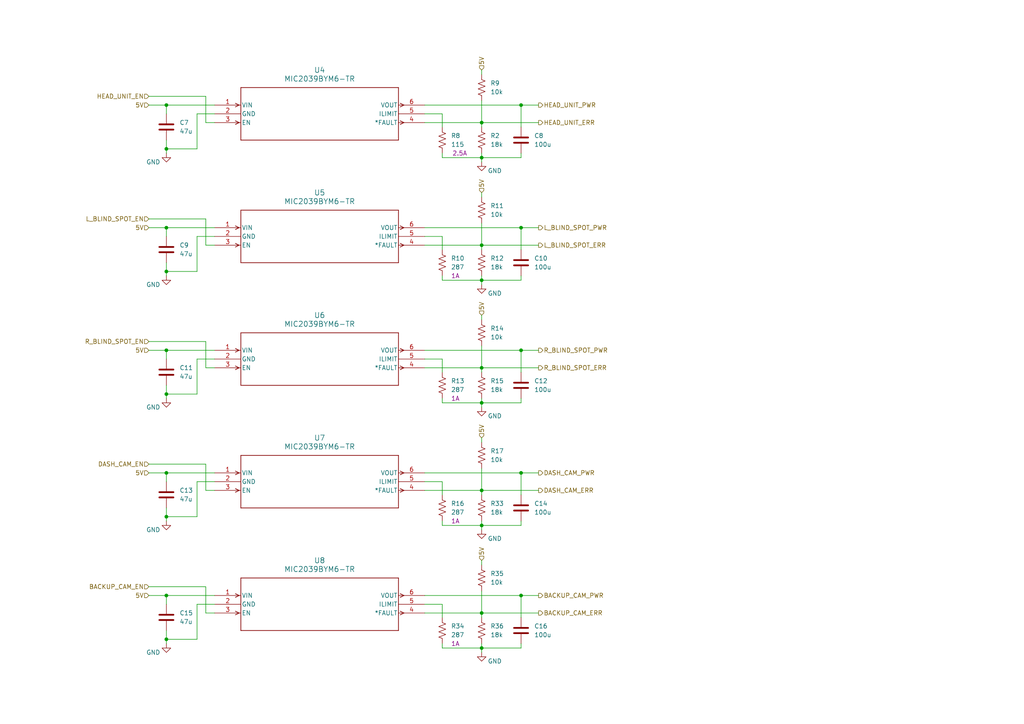
<source format=kicad_sch>
(kicad_sch (version 20230121) (generator eeschema)
  (paper "A4")
  (title_block (title "Control Module") (date "2023-11-22") (company "J2B") (comment 1 "Author: Ben Martens"))
  (lib_symbols
    (symbol "Device:C" (pin_numbers hide) (pin_names (offset 0.254))
      (property "Reference" "C" (at 0.635 2.54 0))
      (property "Value" "C" (at 0.635 -2.54 0))
      (symbol "C_0_1"
        (polyline (pts (xy -2.032 -0.762) (xy 2.032 -0.762)) (stroke (width 0.508)))
        (polyline (pts (xy -2.032 0.762) (xy 2.032 0.762)) (stroke (width 0.508)))
      )
      (symbol "C_1_1"
        (pin passive line (at 0 3.81 270) (length 2.794) (name "~") (number "1"))
        (pin passive line (at 0 -3.81 90) (length 2.794) (name "~") (number "2"))
      )
    )
    (symbol "Device:R_US" (pin_numbers hide) (pin_names (offset 0))
      (property "Reference" "R" (at 2.54 0 90))
      (property "Value" "R_US" (at -2.54 0 90))
      (symbol "R_US_0_1"
        (polyline (pts (xy 0 -2.286) (xy 0 -2.54)))
        (polyline (pts (xy 0 2.286) (xy 0 2.54)))
        (polyline (pts (xy 0 -0.762) (xy 1.016 -1.143) (xy 0 -1.524) (xy -1.016 -1.905) (xy 0 -2.286)))
        (polyline (pts (xy 0 0.762) (xy 1.016 0.381) (xy 0 0) (xy -1.016 -0.381) (xy 0 -0.762)))
        (polyline (pts (xy 0 2.286) (xy 1.016 1.905) (xy 0 1.524) (xy -1.016 1.143) (xy 0 0.762)))
      )
      (symbol "R_US_1_1"
        (pin passive line (at 0 3.81 270) (length 1.27) (name "~") (number "1"))
        (pin passive line (at 0 -3.81 90) (length 1.27) (name "~") (number "2"))
      )
    )
    (symbol "MIC2039BYM6-TR_1" (pin_names (offset 0.254))
      (property "Reference" "U" (at 30.48 10.16 0))
      (property "Value" "MIC2039BYM6-TR" (at 30.48 7.62 0))
      (symbol "MIC2039BYM6-TR_1_0_1"
        (polyline (pts (xy 7.0993 -5.08) (xy 6.0579 -5.6007)) (stroke (width 0.2032)))
        (polyline (pts (xy 7.0993 -5.08) (xy 6.0579 -4.5593)) (stroke (width 0.2032)))
        (polyline (pts (xy 7.0993 0) (xy 6.0579 -0.5207)) (stroke (width 0.2032)))
        (polyline (pts (xy 7.0993 0) (xy 6.0579 0.5207)) (stroke (width 0.2032)))
        (polyline (pts (xy 7.62 -10.16) (xy 53.34 -10.16)) (stroke (width 0.2032)))
        (polyline (pts (xy 7.62 5.08) (xy 7.62 -10.16)) (stroke (width 0.2032)))
        (polyline (pts (xy 53.34 -10.16) (xy 53.34 5.08)) (stroke (width 0.2032)))
        (polyline (pts (xy 53.34 5.08) (xy 7.62 5.08)) (stroke (width 0.2032)))
        (polyline (pts (xy 53.8607 -5.6007) (xy 54.9021 -5.08)) (stroke (width 0.2032)))
        (polyline (pts (xy 53.8607 -4.5593) (xy 54.9021 -5.08)) (stroke (width 0.2032)))
        (polyline (pts (xy 53.8607 -0.5207) (xy 54.9021 0)) (stroke (width 0.2032)))
        (polyline (pts (xy 53.8607 0.5207) (xy 54.9021 0)) (stroke (width 0.2032)))
        (pin input line (at 0 0 0) (length 7.62) (name "VIN") (number "1"))
        (pin power_in line (at 0 -2.54 0) (length 7.62) (name "GND") (number "2"))
        (pin input line (at 0 -5.08 0) (length 7.62) (name "EN") (number "3"))
        (pin output line (at 60.96 -5.08 180) (length 7.62) (name "*FAULT") (number "4"))
        (pin output line (at 60.96 0 180) (length 7.62) (name "VOUT") (number "6"))
      )
      (symbol "MIC2039BYM6-TR_1_1_1"
        (pin input line (at 60.96 -2.54 180) (length 7.62) (name "ILIMIT") (number "5"))
      )
    )
    (symbol "MIC2039BYM6-TR_2" (pin_names (offset 0.254))
      (property "Reference" "U" (at 30.48 10.16 0))
      (property "Value" "MIC2039BYM6-TR" (at 30.48 7.62 0))
      (symbol "MIC2039BYM6-TR_2_0_1"
        (polyline (pts (xy 7.0993 -5.08) (xy 6.0579 -5.6007)) (stroke (width 0.2032)))
        (polyline (pts (xy 7.0993 -5.08) (xy 6.0579 -4.5593)) (stroke (width 0.2032)))
        (polyline (pts (xy 7.0993 0) (xy 6.0579 -0.5207)) (stroke (width 0.2032)))
        (polyline (pts (xy 7.0993 0) (xy 6.0579 0.5207)) (stroke (width 0.2032)))
        (polyline (pts (xy 7.62 -10.16) (xy 53.34 -10.16)) (stroke (width 0.2032)))
        (polyline (pts (xy 7.62 5.08) (xy 7.62 -10.16)) (stroke (width 0.2032)))
        (polyline (pts (xy 53.34 -10.16) (xy 53.34 5.08)) (stroke (width 0.2032)))
        (polyline (pts (xy 53.34 5.08) (xy 7.62 5.08)) (stroke (width 0.2032)))
        (polyline (pts (xy 53.8607 -5.6007) (xy 54.9021 -5.08)) (stroke (width 0.2032)))
        (polyline (pts (xy 53.8607 -4.5593) (xy 54.9021 -5.08)) (stroke (width 0.2032)))
        (polyline (pts (xy 53.8607 -0.5207) (xy 54.9021 0)) (stroke (width 0.2032)))
        (polyline (pts (xy 53.8607 0.5207) (xy 54.9021 0)) (stroke (width 0.2032)))
        (pin input line (at 0 0 0) (length 7.62) (name "VIN") (number "1"))
        (pin power_in line (at 0 -2.54 0) (length 7.62) (name "GND") (number "2"))
        (pin input line (at 0 -5.08 0) (length 7.62) (name "EN") (number "3"))
        (pin output line (at 60.96 -5.08 180) (length 7.62) (name "*FAULT") (number "4"))
        (pin output line (at 60.96 0 180) (length 7.62) (name "VOUT") (number "6"))
      )
      (symbol "MIC2039BYM6-TR_2_1_1"
        (pin input line (at 60.96 -2.54 180) (length 7.62) (name "ILIMIT") (number "5"))
      )
    )
    (symbol "MIC2039BYM6-TR_3" (pin_names (offset 0.254))
      (property "Reference" "U" (at 30.48 10.16 0))
      (property "Value" "MIC2039BYM6-TR" (at 30.48 7.62 0))
      (symbol "MIC2039BYM6-TR_3_0_1"
        (polyline (pts (xy 7.0993 -5.08) (xy 6.0579 -5.6007)) (stroke (width 0.2032)))
        (polyline (pts (xy 7.0993 -5.08) (xy 6.0579 -4.5593)) (stroke (width 0.2032)))
        (polyline (pts (xy 7.0993 0) (xy 6.0579 -0.5207)) (stroke (width 0.2032)))
        (polyline (pts (xy 7.0993 0) (xy 6.0579 0.5207)) (stroke (width 0.2032)))
        (polyline (pts (xy 7.62 -10.16) (xy 53.34 -10.16)) (stroke (width 0.2032)))
        (polyline (pts (xy 7.62 5.08) (xy 7.62 -10.16)) (stroke (width 0.2032)))
        (polyline (pts (xy 53.34 -10.16) (xy 53.34 5.08)) (stroke (width 0.2032)))
        (polyline (pts (xy 53.34 5.08) (xy 7.62 5.08)) (stroke (width 0.2032)))
        (polyline (pts (xy 53.8607 -5.6007) (xy 54.9021 -5.08)) (stroke (width 0.2032)))
        (polyline (pts (xy 53.8607 -4.5593) (xy 54.9021 -5.08)) (stroke (width 0.2032)))
        (polyline (pts (xy 53.8607 -0.5207) (xy 54.9021 0)) (stroke (width 0.2032)))
        (polyline (pts (xy 53.8607 0.5207) (xy 54.9021 0)) (stroke (width 0.2032)))
        (pin input line (at 0 0 0) (length 7.62) (name "VIN") (number "1"))
        (pin power_in line (at 0 -2.54 0) (length 7.62) (name "GND") (number "2"))
        (pin input line (at 0 -5.08 0) (length 7.62) (name "EN") (number "3"))
        (pin output line (at 60.96 -5.08 180) (length 7.62) (name "*FAULT") (number "4"))
        (pin output line (at 60.96 0 180) (length 7.62) (name "VOUT") (number "6"))
      )
      (symbol "MIC2039BYM6-TR_3_1_1"
        (pin input line (at 60.96 -2.54 180) (length 7.62) (name "ILIMIT") (number "5"))
      )
    )
    (symbol "MIC2039BYM6-TR_4" (pin_names (offset 0.254))
      (property "Reference" "U" (at 30.48 10.16 0))
      (property "Value" "MIC2039BYM6-TR" (at 30.48 7.62 0))
      (symbol "MIC2039BYM6-TR_4_0_1"
        (polyline (pts (xy 7.0993 -5.08) (xy 6.0579 -5.6007)) (stroke (width 0.2032)))
        (polyline (pts (xy 7.0993 -5.08) (xy 6.0579 -4.5593)) (stroke (width 0.2032)))
        (polyline (pts (xy 7.0993 0) (xy 6.0579 -0.5207)) (stroke (width 0.2032)))
        (polyline (pts (xy 7.0993 0) (xy 6.0579 0.5207)) (stroke (width 0.2032)))
        (polyline (pts (xy 7.62 -10.16) (xy 53.34 -10.16)) (stroke (width 0.2032)))
        (polyline (pts (xy 7.62 5.08) (xy 7.62 -10.16)) (stroke (width 0.2032)))
        (polyline (pts (xy 53.34 -10.16) (xy 53.34 5.08)) (stroke (width 0.2032)))
        (polyline (pts (xy 53.34 5.08) (xy 7.62 5.08)) (stroke (width 0.2032)))
        (polyline (pts (xy 53.8607 -5.6007) (xy 54.9021 -5.08)) (stroke (width 0.2032)))
        (polyline (pts (xy 53.8607 -4.5593) (xy 54.9021 -5.08)) (stroke (width 0.2032)))
        (polyline (pts (xy 53.8607 -0.5207) (xy 54.9021 0)) (stroke (width 0.2032)))
        (polyline (pts (xy 53.8607 0.5207) (xy 54.9021 0)) (stroke (width 0.2032)))
        (pin input line (at 0 0 0) (length 7.62) (name "VIN") (number "1"))
        (pin power_in line (at 0 -2.54 0) (length 7.62) (name "GND") (number "2"))
        (pin input line (at 0 -5.08 0) (length 7.62) (name "EN") (number "3"))
        (pin output line (at 60.96 -5.08 180) (length 7.62) (name "*FAULT") (number "4"))
        (pin output line (at 60.96 0 180) (length 7.62) (name "VOUT") (number "6"))
      )
      (symbol "MIC2039BYM6-TR_4_1_1"
        (pin input line (at 60.96 -2.54 180) (length 7.62) (name "ILIMIT") (number "5"))
      )
    )
    (symbol "MIC2039BYM6_TR:MIC2039BYM6-TR" (pin_names (offset 0.254))
      (property "Reference" "U" (at 30.48 10.16 0))
      (property "Value" "MIC2039BYM6-TR" (at 30.48 7.62 0))
      (symbol "MIC2039BYM6-TR_0_1"
        (polyline (pts (xy 7.0993 -5.08) (xy 6.0579 -5.6007)) (stroke (width 0.2032)))
        (polyline (pts (xy 7.0993 -5.08) (xy 6.0579 -4.5593)) (stroke (width 0.2032)))
        (polyline (pts (xy 7.0993 0) (xy 6.0579 -0.5207)) (stroke (width 0.2032)))
        (polyline (pts (xy 7.0993 0) (xy 6.0579 0.5207)) (stroke (width 0.2032)))
        (polyline (pts (xy 7.62 -10.16) (xy 53.34 -10.16)) (stroke (width 0.2032)))
        (polyline (pts (xy 7.62 5.08) (xy 7.62 -10.16)) (stroke (width 0.2032)))
        (polyline (pts (xy 53.34 -10.16) (xy 53.34 5.08)) (stroke (width 0.2032)))
        (polyline (pts (xy 53.34 5.08) (xy 7.62 5.08)) (stroke (width 0.2032)))
        (polyline (pts (xy 53.8607 -5.6007) (xy 54.9021 -5.08)) (stroke (width 0.2032)))
        (polyline (pts (xy 53.8607 -4.5593) (xy 54.9021 -5.08)) (stroke (width 0.2032)))
        (polyline (pts (xy 53.8607 -0.5207) (xy 54.9021 0)) (stroke (width 0.2032)))
        (polyline (pts (xy 53.8607 0.5207) (xy 54.9021 0)) (stroke (width 0.2032)))
        (pin input line (at 0 0 0) (length 7.62) (name "VIN") (number "1"))
        (pin power_in line (at 0 -2.54 0) (length 7.62) (name "GND") (number "2"))
        (pin input line (at 0 -5.08 0) (length 7.62) (name "EN") (number "3"))
        (pin output line (at 60.96 -5.08 180) (length 7.62) (name "*FAULT") (number "4"))
        (pin output line (at 60.96 0 180) (length 7.62) (name "VOUT") (number "6"))
      )
      (symbol "MIC2039BYM6-TR_1_1"
        (pin input line (at 60.96 -2.54 180) (length 7.62) (name "ILIMIT") (number "5"))
      )
    )
    (symbol "power:GND" (power) (pin_names (offset 0))
      (property "Value" "GND" (at 0 -3.81 0))
      (symbol "GND_0_1"
        (polyline (pts (xy 0 0) (xy 0 -1.27) (xy 1.27 -1.27) (xy 0 -2.54) (xy -1.27 -1.27) (xy 0 -1.27)))
      )
      (symbol "GND_1_1"
        (pin power_in line (at 0 0 270) (length 0) hide (name "GND") (number "1"))
      )
    )
  )
  (junction (at 48.26 30.48))
  (junction (at 151.13 30.48))
  (junction (at 139.7 187.96))
  (junction (at 48.26 78.74))
  (junction (at 48.26 101.6))
  (junction (at 151.13 101.6))
  (junction (at 139.7 142.24))
  (junction (at 139.7 71.12))
  (junction (at 48.26 172.72))
  (junction (at 48.26 149.86))
  (junction (at 139.7 45.72))
  (junction (at 48.26 185.42))
  (junction (at 48.26 114.3))
  (junction (at 139.7 35.56))
  (junction (at 48.26 66.04))
  (junction (at 48.26 137.16))
  (junction (at 139.7 177.8))
  (junction (at 139.7 81.28))
  (junction (at 139.7 152.4))
  (junction (at 139.7 116.84))
  (junction (at 151.13 172.72))
  (junction (at 151.13 137.16))
  (junction (at 151.13 66.04))
  (junction (at 48.26 43.18))
  (junction (at 139.7 106.68))
  (wire (pts (xy 57.15 78.74) (xy 48.26 78.74)))
  (wire (pts (xy 62.23 106.68) (xy 59.69 106.68)))
  (wire (pts (xy 48.26 104.14) (xy 48.26 101.6)))
  (wire (pts (xy 151.13 44.45) (xy 151.13 45.72)))
  (wire (pts (xy 48.26 33.02) (xy 48.26 30.48)))
  (wire (pts (xy 128.27 116.84) (xy 139.7 116.84)))
  (wire (pts (xy 48.26 175.26) (xy 48.26 172.72)))
  (wire (pts (xy 139.7 177.8) (xy 139.7 179.07)))
  (wire (pts (xy 123.19 66.04) (xy 151.13 66.04)))
  (wire (pts (xy 59.69 71.12) (xy 59.69 63.5)))
  (wire (pts (xy 151.13 186.69) (xy 151.13 187.96)))
  (wire (pts (xy 59.69 134.62) (xy 43.18 134.62)))
  (wire (pts (xy 43.18 101.6) (xy 48.26 101.6)))
  (wire (pts (xy 139.7 35.56) (xy 156.21 35.56)))
  (wire (pts (xy 57.15 104.14) (xy 57.15 114.3)))
  (wire (pts (xy 57.15 43.18) (xy 48.26 43.18)))
  (wire (pts (xy 59.69 35.56) (xy 59.69 27.94)))
  (wire (pts (xy 62.23 35.56) (xy 59.69 35.56)))
  (wire (pts (xy 139.7 80.01) (xy 139.7 81.28)))
  (wire (pts (xy 139.7 142.24) (xy 156.21 142.24)))
  (wire (pts (xy 123.19 68.58) (xy 128.27 68.58)))
  (wire (pts (xy 123.19 175.26) (xy 128.27 175.26)))
  (wire (pts (xy 48.26 40.64) (xy 48.26 43.18)))
  (wire (pts (xy 151.13 66.04) (xy 151.13 72.39)))
  (wire (pts (xy 48.26 68.58) (xy 48.26 66.04)))
  (wire (pts (xy 43.18 66.04) (xy 48.26 66.04)))
  (wire (pts (xy 123.19 104.14) (xy 128.27 104.14)))
  (wire (pts (xy 128.27 186.69) (xy 128.27 187.96)))
  (wire (pts (xy 62.23 33.02) (xy 57.15 33.02)))
  (wire (pts (xy 139.7 106.68) (xy 156.21 106.68)))
  (wire (pts (xy 151.13 30.48) (xy 151.13 36.83)))
  (wire (pts (xy 128.27 115.57) (xy 128.27 116.84)))
  (wire (pts (xy 59.69 177.8) (xy 59.69 170.18)))
  (wire (pts (xy 128.27 33.02) (xy 128.27 36.83)))
  (wire (pts (xy 123.19 71.12) (xy 139.7 71.12)))
  (wire (pts (xy 151.13 172.72) (xy 151.13 179.07)))
  (wire (pts (xy 48.26 30.48) (xy 62.23 30.48)))
  (wire (pts (xy 128.27 152.4) (xy 139.7 152.4)))
  (wire (pts (xy 139.7 142.24) (xy 139.7 143.51)))
  (wire (pts (xy 48.26 80.01) (xy 48.26 78.74)))
  (wire (pts (xy 139.7 151.13) (xy 139.7 152.4)))
  (wire (pts (xy 139.7 45.72) (xy 139.7 46.99)))
  (wire (pts (xy 151.13 137.16) (xy 156.21 137.16)))
  (wire (pts (xy 139.7 81.28) (xy 151.13 81.28)))
  (wire (pts (xy 128.27 81.28) (xy 139.7 81.28)))
  (wire (pts (xy 139.7 100.33) (xy 139.7 106.68)))
  (wire (pts (xy 43.18 30.48) (xy 48.26 30.48)))
  (wire (pts (xy 139.7 116.84) (xy 139.7 118.11)))
  (wire (pts (xy 48.26 76.2) (xy 48.26 78.74)))
  (wire (pts (xy 151.13 101.6) (xy 156.21 101.6)))
  (wire (pts (xy 62.23 71.12) (xy 59.69 71.12)))
  (wire (pts (xy 48.26 111.76) (xy 48.26 114.3)))
  (wire (pts (xy 123.19 33.02) (xy 128.27 33.02)))
  (wire (pts (xy 123.19 177.8) (xy 139.7 177.8)))
  (wire (pts (xy 151.13 115.57) (xy 151.13 116.84)))
  (wire (pts (xy 151.13 80.01) (xy 151.13 81.28)))
  (wire (pts (xy 123.19 106.68) (xy 139.7 106.68)))
  (wire (pts (xy 139.7 171.45) (xy 139.7 177.8)))
  (wire (pts (xy 48.26 66.04) (xy 62.23 66.04)))
  (wire (pts (xy 123.19 172.72) (xy 151.13 172.72)))
  (wire (pts (xy 48.26 186.69) (xy 48.26 185.42)))
  (wire (pts (xy 128.27 45.72) (xy 139.7 45.72)))
  (wire (pts (xy 123.19 101.6) (xy 151.13 101.6)))
  (wire (pts (xy 62.23 177.8) (xy 59.69 177.8)))
  (wire (pts (xy 43.18 172.72) (xy 48.26 172.72)))
  (wire (pts (xy 62.23 139.7) (xy 57.15 139.7)))
  (wire (pts (xy 151.13 137.16) (xy 151.13 143.51)))
  (wire (pts (xy 139.7 115.57) (xy 139.7 116.84)))
  (wire (pts (xy 128.27 139.7) (xy 128.27 143.51)))
  (wire (pts (xy 59.69 106.68) (xy 59.69 99.06)))
  (wire (pts (xy 139.7 127) (xy 139.7 128.27)))
  (wire (pts (xy 48.26 101.6) (xy 62.23 101.6)))
  (wire (pts (xy 48.26 151.13) (xy 48.26 149.86)))
  (wire (pts (xy 139.7 55.88) (xy 139.7 57.15)))
  (wire (pts (xy 59.69 170.18) (xy 43.18 170.18)))
  (wire (pts (xy 139.7 187.96) (xy 139.7 189.23)))
  (wire (pts (xy 139.7 91.44) (xy 139.7 92.71)))
  (wire (pts (xy 151.13 30.48) (xy 156.21 30.48)))
  (wire (pts (xy 123.19 142.24) (xy 139.7 142.24)))
  (wire (pts (xy 139.7 35.56) (xy 139.7 36.83)))
  (wire (pts (xy 139.7 177.8) (xy 156.21 177.8)))
  (wire (pts (xy 123.19 139.7) (xy 128.27 139.7)))
  (wire (pts (xy 48.26 137.16) (xy 62.23 137.16)))
  (wire (pts (xy 151.13 66.04) (xy 156.21 66.04)))
  (wire (pts (xy 128.27 104.14) (xy 128.27 107.95)))
  (wire (pts (xy 139.7 20.32) (xy 139.7 21.59)))
  (wire (pts (xy 151.13 172.72) (xy 156.21 172.72)))
  (wire (pts (xy 139.7 71.12) (xy 156.21 71.12)))
  (wire (pts (xy 59.69 142.24) (xy 59.69 134.62)))
  (wire (pts (xy 128.27 175.26) (xy 128.27 179.07)))
  (wire (pts (xy 128.27 44.45) (xy 128.27 45.72)))
  (wire (pts (xy 62.23 175.26) (xy 57.15 175.26)))
  (wire (pts (xy 57.15 33.02) (xy 57.15 43.18)))
  (wire (pts (xy 48.26 139.7) (xy 48.26 137.16)))
  (wire (pts (xy 139.7 45.72) (xy 151.13 45.72)))
  (wire (pts (xy 128.27 151.13) (xy 128.27 152.4)))
  (wire (pts (xy 48.26 182.88) (xy 48.26 185.42)))
  (wire (pts (xy 62.23 104.14) (xy 57.15 104.14)))
  (wire (pts (xy 123.19 137.16) (xy 151.13 137.16)))
  (wire (pts (xy 59.69 99.06) (xy 43.18 99.06)))
  (wire (pts (xy 139.7 186.69) (xy 139.7 187.96)))
  (wire (pts (xy 123.19 35.56) (xy 139.7 35.56)))
  (wire (pts (xy 139.7 152.4) (xy 139.7 153.67)))
  (wire (pts (xy 139.7 152.4) (xy 151.13 152.4)))
  (wire (pts (xy 139.7 187.96) (xy 151.13 187.96)))
  (wire (pts (xy 57.15 175.26) (xy 57.15 185.42)))
  (wire (pts (xy 151.13 151.13) (xy 151.13 152.4)))
  (wire (pts (xy 59.69 63.5) (xy 43.18 63.5)))
  (wire (pts (xy 139.7 71.12) (xy 139.7 72.39)))
  (wire (pts (xy 57.15 68.58) (xy 57.15 78.74)))
  (wire (pts (xy 57.15 149.86) (xy 48.26 149.86)))
  (wire (pts (xy 128.27 187.96) (xy 139.7 187.96)))
  (wire (pts (xy 123.19 30.48) (xy 151.13 30.48)))
  (wire (pts (xy 128.27 68.58) (xy 128.27 72.39)))
  (wire (pts (xy 59.69 27.94) (xy 43.18 27.94)))
  (wire (pts (xy 139.7 29.21) (xy 139.7 35.56)))
  (wire (pts (xy 139.7 116.84) (xy 151.13 116.84)))
  (wire (pts (xy 151.13 101.6) (xy 151.13 107.95)))
  (wire (pts (xy 57.15 139.7) (xy 57.15 149.86)))
  (wire (pts (xy 139.7 64.77) (xy 139.7 71.12)))
  (wire (pts (xy 57.15 185.42) (xy 48.26 185.42)))
  (wire (pts (xy 139.7 135.89) (xy 139.7 142.24)))
  (wire (pts (xy 57.15 114.3) (xy 48.26 114.3)))
  (wire (pts (xy 48.26 44.45) (xy 48.26 43.18)))
  (wire (pts (xy 139.7 81.28) (xy 139.7 82.55)))
  (wire (pts (xy 48.26 115.57) (xy 48.26 114.3)))
  (wire (pts (xy 139.7 44.45) (xy 139.7 45.72)))
  (wire (pts (xy 62.23 68.58) (xy 57.15 68.58)))
  (wire (pts (xy 128.27 80.01) (xy 128.27 81.28)))
  (wire (pts (xy 48.26 172.72) (xy 62.23 172.72)))
  (wire (pts (xy 48.26 147.32) (xy 48.26 149.86)))
  (wire (pts (xy 43.18 137.16) (xy 48.26 137.16)))
  (wire (pts (xy 62.23 142.24) (xy 59.69 142.24)))
  (wire (pts (xy 139.7 106.68) (xy 139.7 107.95)))
  (wire (pts (xy 139.7 162.56) (xy 139.7 163.83)))
  (hierarchical_label "R_BLIND_SPOT_EN" (shape input) (at 43.18 99.06 180))
  (hierarchical_label "L_BLIND_SPOT_EN" (shape input) (at 43.18 63.5 180))
  (hierarchical_label "5V" (shape input) (at 43.18 137.16 180))
  (hierarchical_label "5V" (shape input) (at 43.18 30.48 180))
  (hierarchical_label "R_BLIND_SPOT_PWR" (shape output) (at 156.21 101.6 0))
  (hierarchical_label "L_BLIND_SPOT_ERR" (shape output) (at 156.21 71.12 0))
  (hierarchical_label "BACKUP_CAM_ERR" (shape output) (at 156.21 177.8 0))
  (hierarchical_label "5V" (shape input) (at 43.18 101.6 180))
  (hierarchical_label "5V" (shape input) (at 139.7 127 90))
  (hierarchical_label "HEAD_UNIT_ERR" (shape output) (at 156.21 35.56 0))
  (hierarchical_label "DASH_CAM_EN" (shape input) (at 43.18 134.62 180))
  (hierarchical_label "5V" (shape input) (at 139.7 91.44 90))
  (hierarchical_label "HEAD_UNIT_PWR" (shape output) (at 156.21 30.48 0))
  (hierarchical_label "DASH_CAM_PWR" (shape output) (at 156.21 137.16 0))
  (hierarchical_label "5V" (shape input) (at 139.7 55.88 90))
  (hierarchical_label "5V" (shape input) (at 43.18 66.04 180))
  (hierarchical_label "BACKUP_CAM_EN" (shape input) (at 43.18 170.18 180))
  (hierarchical_label "5V" (shape input) (at 139.7 162.56 90))
  (hierarchical_label "5V" (shape input) (at 43.18 172.72 180))
  (hierarchical_label "L_BLIND_SPOT_PWR" (shape output) (at 156.21 66.04 0))
  (hierarchical_label "R_BLIND_SPOT_ERR" (shape output) (at 156.21 106.68 0))
  (hierarchical_label "HEAD_UNIT_EN" (shape input) (at 43.18 27.94 180))
  (hierarchical_label "BACKUP_CAM_PWR" (shape output) (at 156.21 172.72 0))
  (hierarchical_label "DASH_CAM_ERR" (shape output) (at 156.21 142.24 0))
  (hierarchical_label "5V" (shape input) (at 139.7 20.32 90))
  (symbol (lib_id "Device:R_US") (at 139.7 147.32 0) (unit 1)
    (property "Reference" "R33" (at 142.24 146.05 0) (effects (justify left)))
    (property "Value" "18k" (at 142.24 148.59 0) (effects (justify left)))
    (property "Footprint" "Resistor_SMD:R_0603_1608Metric" (effects hide))
  )
  (symbol (lib_id "Device:R_US") (at 128.27 182.88 0) (unit 1)
    (property "Reference" "R34" (at 130.81 181.61 0) (effects (justify left)))
    (property "Value" "287" (at 130.81 184.15 0) (effects (justify left)))
    (property "Footprint" "Resistor_SMD:R_0603_1608Metric" (effects hide))
    (property "Current Limit" "1A" (at 132.08 186.69 0))
  )
  (symbol (lib_id "Device:R_US") (at 139.7 111.76 0) (unit 1)
    (property "Reference" "R15" (at 142.24 110.49 0) (effects (justify left)))
    (property "Value" "18k" (at 142.24 113.03 0) (effects (justify left)))
    (property "Footprint" "Resistor_SMD:R_0603_1608Metric" (effects hide))
  )
  (symbol (lib_id "Device:C") (at 151.13 147.32 0) (unit 1)
    (property "Reference" "C14" (at 154.94 146.05 0) (effects (justify left)))
    (property "Value" "100u" (at 154.94 148.59 0) (effects (justify left)))
    (property "Footprint" "Capacitor_SMD:C_1206_3216Metric" (effects hide))
  )
  (symbol (lib_id "Device:R_US") (at 128.27 147.32 0) (unit 1)
    (property "Reference" "R16" (at 130.81 146.05 0) (effects (justify left)))
    (property "Value" "287" (at 130.81 148.59 0) (effects (justify left)))
    (property "Footprint" "Resistor_SMD:R_0603_1608Metric" (effects hide))
    (property "Current Limit" "1A" (at 132.08 151.13 0))
  )
  (symbol (lib_id "power:GND") (at 139.7 153.67 0) (unit 1)
    (property "Reference" "#PWR023" (effects hide))
    (property "Value" "GND" (at 143.51 156.21 0))
  )
  (symbol (lib_id "power:GND") (at 48.26 151.13 0) (unit 1)
    (property "Reference" "#PWR022" (effects hide))
    (property "Value" "GND" (at 44.45 153.67 0))
  )
  (symbol (lib_id "power:GND") (at 48.26 186.69 0) (unit 1)
    (property "Reference" "#PWR024" (effects hide))
    (property "Value" "GND" (at 44.45 189.23 0))
  )
  (symbol (lib_id "Device:R_US") (at 139.7 76.2 0) (unit 1)
    (property "Reference" "R12" (at 142.24 74.93 0) (effects (justify left)))
    (property "Value" "18k" (at 142.24 77.47 0) (effects (justify left)))
    (property "Footprint" "Resistor_SMD:R_0603_1608Metric" (effects hide))
  )
  (symbol (lib_id "MIC2039BYM6_TR:MIC2039BYM6-TR") (at 62.23 172.72 0) (unit 1)
    (property "Reference" "U8" (at 92.71 162.56 0) (effects (font (size 1.524 1.524))))
    (property "Value" "MIC2039BYM6-TR" (at 92.71 165.1 0) (effects (font (size 1.524 1.524))))
    (property "Footprint" "MIC2039BYM6_TR:SOT-23-6_M6_MCH" (effects hide))
    (property "Datasheet" "MIC2039BYM6-TR" (effects hide))
  )
  (symbol (lib_id "power:GND") (at 139.7 118.11 0) (unit 1)
    (property "Reference" "#PWR021" (effects hide))
    (property "Value" "GND" (at 143.51 120.65 0))
  )
  (symbol (lib_id "Device:C") (at 151.13 182.88 0) (unit 1)
    (property "Reference" "C16" (at 154.94 181.61 0) (effects (justify left)))
    (property "Value" "100u" (at 154.94 184.15 0) (effects (justify left)))
    (property "Footprint" "Capacitor_SMD:C_1206_3216Metric" (effects hide))
  )
  (symbol (lib_id "Device:R_US") (at 139.7 60.96 0) (unit 1)
    (property "Reference" "R11" (at 142.24 59.69 0) (effects (justify left)))
    (property "Value" "10k" (at 142.24 62.23 0) (effects (justify left)))
    (property "Footprint" "Resistor_SMD:R_0603_1608Metric" (effects hide))
  )
  (symbol (lib_id "power:GND") (at 48.26 115.57 0) (unit 1)
    (property "Reference" "#PWR020" (effects hide))
    (property "Value" "GND" (at 44.45 118.11 0))
  )
  (symbol (lib_id "power:GND") (at 48.26 44.45 0) (unit 1)
    (property "Reference" "#PWR017" (effects hide))
    (property "Value" "GND" (at 44.45 46.99 0))
  )
  (symbol (lib_id "Device:R_US") (at 139.7 132.08 0) (unit 1)
    (property "Reference" "R17" (at 142.24 130.81 0) (effects (justify left)))
    (property "Value" "10k" (at 142.24 133.35 0) (effects (justify left)))
    (property "Footprint" "Resistor_SMD:R_0603_1608Metric" (effects hide))
  )
  (symbol (lib_name "MIC2039BYM6-TR_3") (lib_id "MIC2039BYM6_TR:MIC2039BYM6-TR") (at 62.23 101.6 0) (unit 1)
    (property "Reference" "U6" (at 92.71 91.44 0) (effects (font (size 1.524 1.524))))
    (property "Value" "MIC2039BYM6-TR" (at 92.71 93.98 0) (effects (font (size 1.524 1.524))))
    (property "Footprint" "MIC2039BYM6_TR:SOT-23-6_M6_MCH" (effects hide))
    (property "Datasheet" "MIC2039BYM6-TR" (effects hide))
  )
  (symbol (lib_id "Device:C") (at 48.26 72.39 0) (unit 1)
    (property "Reference" "C9" (at 52.07 71.12 0) (effects (justify left)))
    (property "Value" "47u" (at 52.07 73.66 0) (effects (justify left)))
    (property "Footprint" "Capacitor_SMD:C_1206_3216Metric" (effects hide))
  )
  (symbol (lib_id "Device:R_US") (at 128.27 40.64 0) (unit 1)
    (property "Reference" "R8" (at 130.81 39.37 0) (effects (justify left)))
    (property "Value" "115" (at 130.81 41.91 0) (effects (justify left)))
    (property "Footprint" "Resistor_SMD:R_0603_1608Metric" (effects hide))
    (property "Current Limit" "2.5A" (at 133.35 44.45 0))
  )
  (symbol (lib_id "Device:C") (at 48.26 179.07 0) (unit 1)
    (property "Reference" "C15" (at 52.07 177.8 0) (effects (justify left)))
    (property "Value" "47u" (at 52.07 180.34 0) (effects (justify left)))
    (property "Footprint" "Capacitor_SMD:C_1206_3216Metric" (effects hide))
  )
  (symbol (lib_id "Device:R_US") (at 128.27 76.2 0) (unit 1)
    (property "Reference" "R10" (at 130.81 74.93 0) (effects (justify left)))
    (property "Value" "287" (at 130.81 77.47 0) (effects (justify left)))
    (property "Footprint" "Resistor_SMD:R_0603_1608Metric" (effects hide))
    (property "Current Limit" "1A" (at 132.08 80.01 0))
  )
  (symbol (lib_id "Device:R_US") (at 139.7 96.52 0) (unit 1)
    (property "Reference" "R14" (at 142.24 95.25 0) (effects (justify left)))
    (property "Value" "10k" (at 142.24 97.79 0) (effects (justify left)))
    (property "Footprint" "Resistor_SMD:R_0603_1608Metric" (effects hide))
  )
  (symbol (lib_id "Device:R_US") (at 139.7 25.4 0) (unit 1)
    (property "Reference" "R9" (at 142.24 24.13 0) (effects (justify left)))
    (property "Value" "10k" (at 142.24 26.67 0) (effects (justify left)))
    (property "Footprint" "Resistor_SMD:R_0603_1608Metric" (effects hide))
  )
  (symbol (lib_id "Device:C") (at 48.26 36.83 0) (unit 1)
    (property "Reference" "C7" (at 52.07 35.56 0) (effects (justify left)))
    (property "Value" "47u" (at 52.07 38.1 0) (effects (justify left)))
    (property "Footprint" "Capacitor_SMD:C_1206_3216Metric" (effects hide))
  )
  (symbol (lib_id "power:GND") (at 139.7 189.23 0) (unit 1)
    (property "Reference" "#PWR025" (effects hide))
    (property "Value" "GND" (at 143.51 191.77 0))
  )
  (symbol (lib_name "MIC2039BYM6-TR_1") (lib_id "MIC2039BYM6_TR:MIC2039BYM6-TR") (at 62.23 30.48 0) (unit 1)
    (property "Reference" "U4" (at 92.71 20.32 0) (effects (font (size 1.524 1.524))))
    (property "Value" "MIC2039BYM6-TR" (at 92.71 22.86 0) (effects (font (size 1.524 1.524))))
    (property "Footprint" "MIC2039BYM6_TR:SOT-23-6_M6_MCH" (effects hide))
    (property "Datasheet" "MIC2039BYM6-TR" (effects hide))
  )
  (symbol (lib_id "Device:C") (at 151.13 76.2 0) (unit 1)
    (property "Reference" "C10" (at 154.94 74.93 0) (effects (justify left)))
    (property "Value" "100u" (at 154.94 77.47 0) (effects (justify left)))
    (property "Footprint" "Capacitor_SMD:C_1206_3216Metric" (effects hide))
  )
  (symbol (lib_id "Device:C") (at 151.13 111.76 0) (unit 1)
    (property "Reference" "C12" (at 154.94 110.49 0) (effects (justify left)))
    (property "Value" "100u" (at 154.94 113.03 0) (effects (justify left)))
    (property "Footprint" "Capacitor_SMD:C_1206_3216Metric" (effects hide))
  )
  (symbol (lib_id "Device:C") (at 151.13 40.64 0) (unit 1)
    (property "Reference" "C8" (at 154.94 39.37 0) (effects (justify left)))
    (property "Value" "100u" (at 154.94 41.91 0) (effects (justify left)))
    (property "Footprint" "Capacitor_SMD:C_1206_3216Metric" (effects hide))
  )
  (symbol (lib_id "Device:C") (at 48.26 107.95 0) (unit 1)
    (property "Reference" "C11" (at 52.07 106.68 0) (effects (justify left)))
    (property "Value" "47u" (at 52.07 109.22 0) (effects (justify left)))
    (property "Footprint" "Capacitor_SMD:C_1206_3216Metric" (effects hide))
  )
  (symbol (lib_id "Device:R_US") (at 139.7 40.64 0) (unit 1)
    (property "Reference" "R2" (at 142.24 39.37 0) (effects (justify left)))
    (property "Value" "18k" (at 142.24 41.91 0) (effects (justify left)))
    (property "Footprint" "Resistor_SMD:R_0603_1608Metric" (effects hide))
  )
  (symbol (lib_id "Device:R_US") (at 128.27 111.76 0) (unit 1)
    (property "Reference" "R13" (at 130.81 110.49 0) (effects (justify left)))
    (property "Value" "287" (at 130.81 113.03 0) (effects (justify left)))
    (property "Footprint" "Resistor_SMD:R_0603_1608Metric" (effects hide))
    (property "Current Limit" "1A" (at 132.08 115.57 0))
  )
  (symbol (lib_id "Device:R_US") (at 139.7 182.88 0) (unit 1)
    (property "Reference" "R36" (at 142.24 181.61 0) (effects (justify left)))
    (property "Value" "18k" (at 142.24 184.15 0) (effects (justify left)))
    (property "Footprint" "Resistor_SMD:R_0603_1608Metric" (effects hide))
  )
  (symbol (lib_id "power:GND") (at 139.7 82.55 0) (unit 1)
    (property "Reference" "#PWR019" (effects hide))
    (property "Value" "GND" (at 143.51 85.09 0))
  )
  (symbol (lib_id "Device:C") (at 48.26 143.51 0) (unit 1)
    (property "Reference" "C13" (at 52.07 142.24 0) (effects (justify left)))
    (property "Value" "47u" (at 52.07 144.78 0) (effects (justify left)))
    (property "Footprint" "Capacitor_SMD:C_1206_3216Metric" (effects hide))
  )
  (symbol (lib_id "power:GND") (at 48.26 80.01 0) (unit 1)
    (property "Reference" "#PWR04" (effects hide))
    (property "Value" "GND" (at 44.45 82.55 0))
  )
  (symbol (lib_name "MIC2039BYM6-TR_4") (lib_id "MIC2039BYM6_TR:MIC2039BYM6-TR") (at 62.23 137.16 0) (unit 1)
    (property "Reference" "U7" (at 92.71 127 0) (effects (font (size 1.524 1.524))))
    (property "Value" "MIC2039BYM6-TR" (at 92.71 129.54 0) (effects (font (size 1.524 1.524))))
    (property "Footprint" "MIC2039BYM6_TR:SOT-23-6_M6_MCH" (effects hide))
    (property "Datasheet" "MIC2039BYM6-TR" (effects hide))
  )
  (symbol (lib_name "MIC2039BYM6-TR_2") (lib_id "MIC2039BYM6_TR:MIC2039BYM6-TR") (at 62.23 66.04 0) (unit 1)
    (property "Reference" "U5" (at 92.71 55.88 0) (effects (font (size 1.524 1.524))))
    (property "Value" "MIC2039BYM6-TR" (at 92.71 58.42 0) (effects (font (size 1.524 1.524))))
    (property "Footprint" "MIC2039BYM6_TR:SOT-23-6_M6_MCH" (effects hide))
    (property "Datasheet" "MIC2039BYM6-TR" (effects hide))
  )
  (symbol (lib_id "Device:R_US") (at 139.7 167.64 0) (unit 1)
    (property "Reference" "R35" (at 142.24 166.37 0) (effects (justify left)))
    (property "Value" "10k" (at 142.24 168.91 0) (effects (justify left)))
    (property "Footprint" "Resistor_SMD:R_0603_1608Metric" (effects hide))
  )
  (symbol (lib_id "power:GND") (at 139.7 46.99 0) (unit 1)
    (property "Reference" "#PWR018" (effects hide))
    (property "Value" "GND" (at 143.51 49.53 0))
  )
)
</source>
